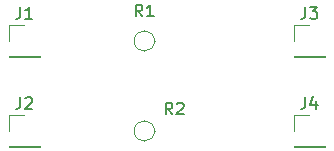
<source format=gto>
%TF.GenerationSoftware,KiCad,Pcbnew,5.1.6+dfsg1-1*%
%TF.CreationDate,2021-08-19T04:22:28+08:00*%
%TF.ProjectId,lampblack-alert,6c616d70-626c-4616-936b-2d616c657274,rev?*%
%TF.SameCoordinates,Original*%
%TF.FileFunction,Legend,Top*%
%TF.FilePolarity,Positive*%
%FSLAX46Y46*%
G04 Gerber Fmt 4.6, Leading zero omitted, Abs format (unit mm)*
G04 Created by KiCad (PCBNEW 5.1.6+dfsg1-1) date 2021-08-19 04:22:28*
%MOMM*%
%LPD*%
G01*
G04 APERTURE LIST*
%ADD10C,0.120000*%
%ADD11C,0.150000*%
G04 APERTURE END LIST*
D10*
%TO.C,R2*%
X124050000Y-58420000D02*
G75*
G03*
X124050000Y-58420000I-860000J0D01*
G01*
X124050000Y-58420000D02*
X124090000Y-58420000D01*
%TO.C,R1*%
X124050000Y-50800000D02*
G75*
G03*
X124050000Y-50800000I-860000J0D01*
G01*
X124050000Y-50800000D02*
X124090000Y-50800000D01*
%TO.C,J4*%
X135830000Y-57090000D02*
X137160000Y-57090000D01*
X135830000Y-58420000D02*
X135830000Y-57090000D01*
X135830000Y-59690000D02*
X138490000Y-59690000D01*
X138490000Y-59690000D02*
X138490000Y-59750000D01*
X135830000Y-59690000D02*
X135830000Y-59750000D01*
X135830000Y-59750000D02*
X138490000Y-59750000D01*
%TO.C,J3*%
X135830000Y-52130000D02*
X138490000Y-52130000D01*
X135830000Y-52070000D02*
X135830000Y-52130000D01*
X138490000Y-52070000D02*
X138490000Y-52130000D01*
X135830000Y-52070000D02*
X138490000Y-52070000D01*
X135830000Y-50800000D02*
X135830000Y-49470000D01*
X135830000Y-49470000D02*
X137160000Y-49470000D01*
%TO.C,J2*%
X111700000Y-59750000D02*
X114360000Y-59750000D01*
X111700000Y-59690000D02*
X111700000Y-59750000D01*
X114360000Y-59690000D02*
X114360000Y-59750000D01*
X111700000Y-59690000D02*
X114360000Y-59690000D01*
X111700000Y-58420000D02*
X111700000Y-57090000D01*
X111700000Y-57090000D02*
X113030000Y-57090000D01*
%TO.C,J1*%
X111700000Y-52130000D02*
X114360000Y-52130000D01*
X111700000Y-52070000D02*
X111700000Y-52130000D01*
X114360000Y-52070000D02*
X114360000Y-52130000D01*
X111700000Y-52070000D02*
X114360000Y-52070000D01*
X111700000Y-50800000D02*
X111700000Y-49470000D01*
X111700000Y-49470000D02*
X113030000Y-49470000D01*
%TO.C,R2*%
D11*
X125563333Y-57012380D02*
X125230000Y-56536190D01*
X124991904Y-57012380D02*
X124991904Y-56012380D01*
X125372857Y-56012380D01*
X125468095Y-56060000D01*
X125515714Y-56107619D01*
X125563333Y-56202857D01*
X125563333Y-56345714D01*
X125515714Y-56440952D01*
X125468095Y-56488571D01*
X125372857Y-56536190D01*
X124991904Y-56536190D01*
X125944285Y-56107619D02*
X125991904Y-56060000D01*
X126087142Y-56012380D01*
X126325238Y-56012380D01*
X126420476Y-56060000D01*
X126468095Y-56107619D01*
X126515714Y-56202857D01*
X126515714Y-56298095D01*
X126468095Y-56440952D01*
X125896666Y-57012380D01*
X126515714Y-57012380D01*
%TO.C,R1*%
X123023333Y-48712380D02*
X122690000Y-48236190D01*
X122451904Y-48712380D02*
X122451904Y-47712380D01*
X122832857Y-47712380D01*
X122928095Y-47760000D01*
X122975714Y-47807619D01*
X123023333Y-47902857D01*
X123023333Y-48045714D01*
X122975714Y-48140952D01*
X122928095Y-48188571D01*
X122832857Y-48236190D01*
X122451904Y-48236190D01*
X123975714Y-48712380D02*
X123404285Y-48712380D01*
X123690000Y-48712380D02*
X123690000Y-47712380D01*
X123594761Y-47855238D01*
X123499523Y-47950476D01*
X123404285Y-47998095D01*
%TO.C,J4*%
X136826666Y-55542380D02*
X136826666Y-56256666D01*
X136779047Y-56399523D01*
X136683809Y-56494761D01*
X136540952Y-56542380D01*
X136445714Y-56542380D01*
X137731428Y-55875714D02*
X137731428Y-56542380D01*
X137493333Y-55494761D02*
X137255238Y-56209047D01*
X137874285Y-56209047D01*
%TO.C,J3*%
X136826666Y-47922380D02*
X136826666Y-48636666D01*
X136779047Y-48779523D01*
X136683809Y-48874761D01*
X136540952Y-48922380D01*
X136445714Y-48922380D01*
X137207619Y-47922380D02*
X137826666Y-47922380D01*
X137493333Y-48303333D01*
X137636190Y-48303333D01*
X137731428Y-48350952D01*
X137779047Y-48398571D01*
X137826666Y-48493809D01*
X137826666Y-48731904D01*
X137779047Y-48827142D01*
X137731428Y-48874761D01*
X137636190Y-48922380D01*
X137350476Y-48922380D01*
X137255238Y-48874761D01*
X137207619Y-48827142D01*
%TO.C,J2*%
X112696666Y-55542380D02*
X112696666Y-56256666D01*
X112649047Y-56399523D01*
X112553809Y-56494761D01*
X112410952Y-56542380D01*
X112315714Y-56542380D01*
X113125238Y-55637619D02*
X113172857Y-55590000D01*
X113268095Y-55542380D01*
X113506190Y-55542380D01*
X113601428Y-55590000D01*
X113649047Y-55637619D01*
X113696666Y-55732857D01*
X113696666Y-55828095D01*
X113649047Y-55970952D01*
X113077619Y-56542380D01*
X113696666Y-56542380D01*
%TO.C,J1*%
X112696666Y-47922380D02*
X112696666Y-48636666D01*
X112649047Y-48779523D01*
X112553809Y-48874761D01*
X112410952Y-48922380D01*
X112315714Y-48922380D01*
X113696666Y-48922380D02*
X113125238Y-48922380D01*
X113410952Y-48922380D02*
X113410952Y-47922380D01*
X113315714Y-48065238D01*
X113220476Y-48160476D01*
X113125238Y-48208095D01*
%TD*%
M02*

</source>
